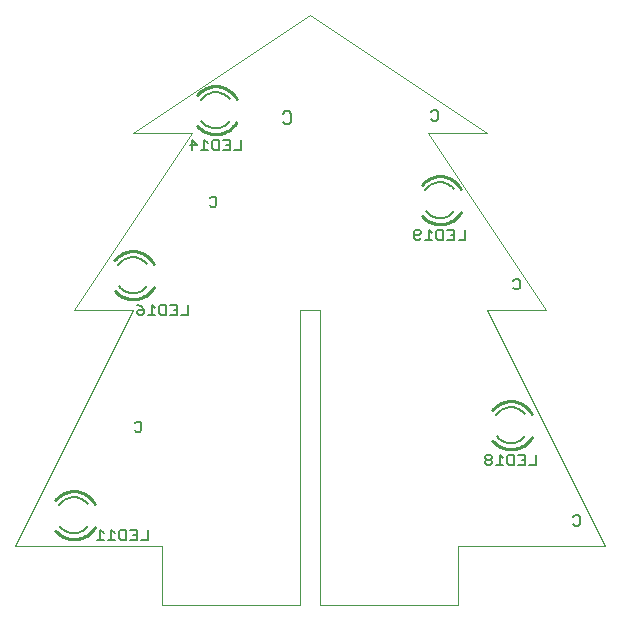
<source format=gbo>
G75*
G70*
%OFA0B0*%
%FSLAX24Y24*%
%IPPOS*%
%LPD*%
%AMOC8*
5,1,8,0,0,1.08239X$1,22.5*
%
%ADD10C,0.0000*%
%ADD11C,0.0060*%
%ADD12C,0.0100*%
%ADD13C,0.0080*%
D10*
X000111Y002079D02*
X004048Y009953D01*
X002079Y009953D01*
X006016Y015859D01*
X004048Y015859D01*
X009953Y019796D01*
X015859Y015859D01*
X013890Y015859D01*
X017827Y009953D01*
X015859Y009953D01*
X019796Y002079D01*
X014890Y002079D01*
X014890Y000111D01*
X010288Y000111D01*
X010288Y009953D01*
X009619Y009953D01*
X009619Y000111D01*
X005016Y000111D01*
X005016Y002079D01*
X000111Y002079D01*
D11*
X002079Y002511D02*
X002124Y002513D01*
X002170Y002518D01*
X002214Y002526D01*
X002258Y002538D01*
X002301Y002554D01*
X002343Y002572D01*
X002383Y002594D01*
X002421Y002618D01*
X002457Y002645D01*
X002492Y002675D01*
X002523Y002708D01*
X002553Y002743D01*
X002963Y002631D02*
X002963Y002291D01*
X003076Y002291D02*
X002849Y002291D01*
X003076Y002518D02*
X002963Y002631D01*
X003331Y002631D02*
X003331Y002291D01*
X003444Y002291D02*
X003218Y002291D01*
X003444Y002518D02*
X003331Y002631D01*
X003586Y002574D02*
X003586Y002348D01*
X003643Y002291D01*
X003813Y002291D01*
X003813Y002631D01*
X003643Y002631D01*
X003586Y002574D01*
X003954Y002631D02*
X004181Y002631D01*
X004181Y002291D01*
X003954Y002291D01*
X004068Y002461D02*
X004181Y002461D01*
X004323Y002291D02*
X004549Y002291D01*
X004549Y002631D01*
X002079Y002511D02*
X002034Y002513D01*
X001988Y002518D01*
X001944Y002526D01*
X001900Y002538D01*
X001857Y002554D01*
X001815Y002572D01*
X001775Y002594D01*
X001737Y002618D01*
X001701Y002645D01*
X001666Y002675D01*
X001635Y002708D01*
X001605Y002743D01*
X002079Y003711D02*
X002125Y003709D01*
X002171Y003704D01*
X002217Y003695D01*
X002262Y003683D01*
X002305Y003667D01*
X002347Y003648D01*
X002388Y003625D01*
X002427Y003600D01*
X002463Y003572D01*
X002498Y003541D01*
X002530Y003507D01*
X002559Y003471D01*
X002079Y003711D02*
X002032Y003709D01*
X001984Y003703D01*
X001938Y003694D01*
X001892Y003681D01*
X001848Y003665D01*
X001804Y003645D01*
X001763Y003621D01*
X001724Y003595D01*
X001687Y003565D01*
X001652Y003532D01*
X001620Y003497D01*
X001591Y003460D01*
X004104Y005948D02*
X004161Y005891D01*
X004274Y005891D01*
X004331Y005948D01*
X004331Y006174D01*
X004274Y006231D01*
X004161Y006231D01*
X004104Y006174D01*
X004250Y009791D02*
X004193Y009848D01*
X004193Y009904D01*
X004250Y009961D01*
X004420Y009961D01*
X004420Y009848D01*
X004363Y009791D01*
X004250Y009791D01*
X004420Y009961D02*
X004306Y010074D01*
X004193Y010131D01*
X004675Y010131D02*
X004675Y009791D01*
X004788Y009791D02*
X004561Y009791D01*
X004788Y010018D02*
X004675Y010131D01*
X004929Y010074D02*
X004986Y010131D01*
X005156Y010131D01*
X005156Y009791D01*
X004986Y009791D01*
X004929Y009848D01*
X004929Y010074D01*
X005298Y010131D02*
X005525Y010131D01*
X005525Y009791D01*
X005298Y009791D01*
X005411Y009961D02*
X005525Y009961D01*
X005666Y009791D02*
X005893Y009791D01*
X005893Y010131D01*
X004522Y010743D02*
X004492Y010708D01*
X004461Y010675D01*
X004426Y010645D01*
X004390Y010618D01*
X004352Y010594D01*
X004312Y010572D01*
X004270Y010554D01*
X004227Y010538D01*
X004183Y010526D01*
X004139Y010518D01*
X004093Y010513D01*
X004048Y010511D01*
X004003Y010513D01*
X003957Y010518D01*
X003913Y010526D01*
X003869Y010538D01*
X003826Y010554D01*
X003784Y010572D01*
X003744Y010594D01*
X003706Y010618D01*
X003670Y010645D01*
X003635Y010675D01*
X003604Y010708D01*
X003574Y010743D01*
X004048Y011711D02*
X004094Y011709D01*
X004140Y011704D01*
X004186Y011695D01*
X004231Y011683D01*
X004274Y011667D01*
X004316Y011648D01*
X004357Y011625D01*
X004396Y011600D01*
X004432Y011572D01*
X004467Y011541D01*
X004499Y011507D01*
X004528Y011471D01*
X004048Y011711D02*
X004001Y011709D01*
X003953Y011703D01*
X003907Y011694D01*
X003861Y011681D01*
X003817Y011665D01*
X003773Y011645D01*
X003732Y011621D01*
X003693Y011595D01*
X003656Y011565D01*
X003621Y011532D01*
X003589Y011497D01*
X003560Y011460D01*
X006604Y013448D02*
X006661Y013391D01*
X006774Y013391D01*
X006831Y013448D01*
X006831Y013674D01*
X006774Y013731D01*
X006661Y013731D01*
X006604Y013674D01*
X006544Y015291D02*
X006317Y015291D01*
X006430Y015291D02*
X006430Y015631D01*
X006544Y015518D01*
X006685Y015574D02*
X006685Y015348D01*
X006742Y015291D01*
X006912Y015291D01*
X006912Y015631D01*
X006742Y015631D01*
X006685Y015574D01*
X007054Y015631D02*
X007280Y015631D01*
X007280Y015291D01*
X007054Y015291D01*
X007167Y015461D02*
X007280Y015461D01*
X007422Y015291D02*
X007649Y015291D01*
X007649Y015631D01*
X007278Y016243D02*
X007248Y016208D01*
X007217Y016175D01*
X007182Y016145D01*
X007146Y016118D01*
X007108Y016094D01*
X007068Y016072D01*
X007026Y016054D01*
X006983Y016038D01*
X006939Y016026D01*
X006895Y016018D01*
X006849Y016013D01*
X006804Y016011D01*
X006759Y016013D01*
X006713Y016018D01*
X006669Y016026D01*
X006625Y016038D01*
X006582Y016054D01*
X006540Y016072D01*
X006500Y016094D01*
X006462Y016118D01*
X006426Y016145D01*
X006391Y016175D01*
X006360Y016208D01*
X006330Y016243D01*
X006804Y017211D02*
X006850Y017209D01*
X006896Y017204D01*
X006942Y017195D01*
X006987Y017183D01*
X007030Y017167D01*
X007072Y017148D01*
X007113Y017125D01*
X007152Y017100D01*
X007188Y017072D01*
X007223Y017041D01*
X007255Y017007D01*
X007284Y016971D01*
X006804Y017211D02*
X006757Y017209D01*
X006709Y017203D01*
X006663Y017194D01*
X006617Y017181D01*
X006573Y017165D01*
X006529Y017145D01*
X006488Y017121D01*
X006449Y017095D01*
X006412Y017065D01*
X006377Y017032D01*
X006345Y016997D01*
X006316Y016960D01*
X006005Y015631D02*
X006176Y015461D01*
X005949Y015461D01*
X006005Y015291D02*
X006005Y015631D01*
X013429Y012574D02*
X013429Y012348D01*
X013486Y012291D01*
X013599Y012291D01*
X013656Y012348D01*
X013599Y012461D02*
X013429Y012461D01*
X013429Y012574D02*
X013486Y012631D01*
X013599Y012631D01*
X013656Y012574D01*
X013656Y012518D01*
X013599Y012461D01*
X013797Y012291D02*
X014024Y012291D01*
X013911Y012291D02*
X013911Y012631D01*
X014024Y012518D01*
X014166Y012574D02*
X014166Y012348D01*
X014222Y012291D01*
X014392Y012291D01*
X014392Y012631D01*
X014222Y012631D01*
X014166Y012574D01*
X014534Y012631D02*
X014761Y012631D01*
X014761Y012291D01*
X014534Y012291D01*
X014647Y012461D02*
X014761Y012461D01*
X014902Y012291D02*
X015129Y012291D01*
X015129Y012631D01*
X014758Y013243D02*
X014728Y013208D01*
X014697Y013175D01*
X014662Y013145D01*
X014626Y013118D01*
X014588Y013094D01*
X014548Y013072D01*
X014506Y013054D01*
X014463Y013038D01*
X014419Y013026D01*
X014375Y013018D01*
X014329Y013013D01*
X014284Y013011D01*
X014239Y013013D01*
X014193Y013018D01*
X014149Y013026D01*
X014105Y013038D01*
X014062Y013054D01*
X014020Y013072D01*
X013980Y013094D01*
X013942Y013118D01*
X013906Y013145D01*
X013871Y013175D01*
X013840Y013208D01*
X013810Y013243D01*
X014284Y014211D02*
X014330Y014209D01*
X014376Y014204D01*
X014422Y014195D01*
X014467Y014183D01*
X014510Y014167D01*
X014552Y014148D01*
X014593Y014125D01*
X014632Y014100D01*
X014668Y014072D01*
X014703Y014041D01*
X014735Y014007D01*
X014764Y013971D01*
X014284Y014211D02*
X014237Y014209D01*
X014189Y014203D01*
X014143Y014194D01*
X014097Y014181D01*
X014053Y014165D01*
X014009Y014145D01*
X013968Y014121D01*
X013929Y014095D01*
X013892Y014065D01*
X013857Y014032D01*
X013825Y013997D01*
X013796Y013960D01*
X014036Y016266D02*
X013979Y016323D01*
X014036Y016266D02*
X014149Y016266D01*
X014206Y016323D01*
X014206Y016549D01*
X014149Y016606D01*
X014036Y016606D01*
X013979Y016549D01*
X016786Y010981D02*
X016899Y010981D01*
X016956Y010924D01*
X016956Y010698D01*
X016899Y010641D01*
X016786Y010641D01*
X016729Y010698D01*
X016729Y010924D02*
X016786Y010981D01*
X017120Y005743D02*
X017090Y005708D01*
X017059Y005675D01*
X017024Y005645D01*
X016988Y005618D01*
X016950Y005594D01*
X016910Y005572D01*
X016868Y005554D01*
X016825Y005538D01*
X016781Y005526D01*
X016737Y005518D01*
X016691Y005513D01*
X016646Y005511D01*
X016585Y005131D02*
X016755Y005131D01*
X016755Y004791D01*
X016585Y004791D01*
X016528Y004848D01*
X016528Y005074D01*
X016585Y005131D01*
X016386Y005018D02*
X016273Y005131D01*
X016273Y004791D01*
X016386Y004791D02*
X016160Y004791D01*
X016018Y004848D02*
X016018Y004904D01*
X015961Y004961D01*
X015848Y004961D01*
X015791Y004904D01*
X015791Y004848D01*
X015848Y004791D01*
X015961Y004791D01*
X016018Y004848D01*
X015961Y004961D02*
X016018Y005018D01*
X016018Y005074D01*
X015961Y005131D01*
X015848Y005131D01*
X015791Y005074D01*
X015791Y005018D01*
X015848Y004961D01*
X016896Y004791D02*
X017123Y004791D01*
X017123Y005131D01*
X016896Y005131D01*
X017010Y004961D02*
X017123Y004961D01*
X017264Y004791D02*
X017491Y004791D01*
X017491Y005131D01*
X016646Y005511D02*
X016601Y005513D01*
X016555Y005518D01*
X016511Y005526D01*
X016467Y005538D01*
X016424Y005554D01*
X016382Y005572D01*
X016342Y005594D01*
X016304Y005618D01*
X016268Y005645D01*
X016233Y005675D01*
X016202Y005708D01*
X016172Y005743D01*
X016646Y006711D02*
X016692Y006709D01*
X016738Y006704D01*
X016784Y006695D01*
X016829Y006683D01*
X016872Y006667D01*
X016914Y006648D01*
X016955Y006625D01*
X016994Y006600D01*
X017030Y006572D01*
X017065Y006541D01*
X017097Y006507D01*
X017126Y006471D01*
X016646Y006711D02*
X016599Y006709D01*
X016551Y006703D01*
X016505Y006694D01*
X016459Y006681D01*
X016415Y006665D01*
X016371Y006645D01*
X016330Y006621D01*
X016291Y006595D01*
X016254Y006565D01*
X016219Y006532D01*
X016187Y006497D01*
X016158Y006460D01*
X018786Y003106D02*
X018899Y003106D01*
X018956Y003049D01*
X018956Y002823D01*
X018899Y002766D01*
X018786Y002766D01*
X018729Y002823D01*
X018729Y003049D02*
X018786Y003106D01*
D12*
X017341Y005714D02*
X017311Y005666D01*
X017278Y005621D01*
X017242Y005578D01*
X017204Y005537D01*
X017162Y005500D01*
X017118Y005465D01*
X017072Y005434D01*
X017023Y005405D01*
X016973Y005381D01*
X016921Y005360D01*
X016867Y005342D01*
X016813Y005329D01*
X016758Y005319D01*
X016702Y005313D01*
X016646Y005311D01*
X016593Y005313D01*
X016539Y005318D01*
X016487Y005327D01*
X016435Y005339D01*
X016384Y005355D01*
X016334Y005374D01*
X016285Y005397D01*
X016238Y005423D01*
X016193Y005451D01*
X016150Y005483D01*
X016110Y005517D01*
X016071Y005555D01*
X016035Y005594D01*
X016646Y006911D02*
X016700Y006909D01*
X016754Y006904D01*
X016807Y006895D01*
X016860Y006882D01*
X016911Y006866D01*
X016961Y006846D01*
X017010Y006823D01*
X017058Y006797D01*
X017103Y006768D01*
X017146Y006735D01*
X017187Y006700D01*
X017226Y006662D01*
X017262Y006622D01*
X017295Y006579D01*
X017325Y006534D01*
X017352Y006487D01*
X016646Y006911D02*
X016592Y006909D01*
X016539Y006904D01*
X016485Y006895D01*
X016433Y006882D01*
X016382Y006866D01*
X016331Y006846D01*
X016282Y006824D01*
X016235Y006798D01*
X016190Y006768D01*
X016147Y006736D01*
X016106Y006701D01*
X016067Y006663D01*
X016031Y006623D01*
X014284Y012811D02*
X014340Y012813D01*
X014396Y012819D01*
X014451Y012829D01*
X014505Y012842D01*
X014559Y012860D01*
X014611Y012881D01*
X014661Y012905D01*
X014710Y012934D01*
X014756Y012965D01*
X014800Y013000D01*
X014842Y013037D01*
X014880Y013078D01*
X014916Y013121D01*
X014949Y013166D01*
X014979Y013214D01*
X014284Y012811D02*
X014231Y012813D01*
X014177Y012818D01*
X014125Y012827D01*
X014073Y012839D01*
X014022Y012855D01*
X013972Y012874D01*
X013923Y012897D01*
X013876Y012923D01*
X013831Y012951D01*
X013788Y012983D01*
X013748Y013017D01*
X013709Y013055D01*
X013673Y013094D01*
X014284Y014411D02*
X014338Y014409D01*
X014392Y014404D01*
X014445Y014395D01*
X014498Y014382D01*
X014549Y014366D01*
X014599Y014346D01*
X014648Y014323D01*
X014696Y014297D01*
X014741Y014268D01*
X014784Y014235D01*
X014825Y014200D01*
X014864Y014162D01*
X014900Y014122D01*
X014933Y014079D01*
X014963Y014034D01*
X014990Y013987D01*
X014284Y014411D02*
X014230Y014409D01*
X014177Y014404D01*
X014123Y014395D01*
X014071Y014382D01*
X014020Y014366D01*
X013969Y014346D01*
X013920Y014324D01*
X013873Y014298D01*
X013828Y014268D01*
X013785Y014236D01*
X013744Y014201D01*
X013705Y014163D01*
X013669Y014123D01*
X007499Y016214D02*
X007469Y016166D01*
X007436Y016121D01*
X007400Y016078D01*
X007362Y016037D01*
X007320Y016000D01*
X007276Y015965D01*
X007230Y015934D01*
X007181Y015905D01*
X007131Y015881D01*
X007079Y015860D01*
X007025Y015842D01*
X006971Y015829D01*
X006916Y015819D01*
X006860Y015813D01*
X006804Y015811D01*
X006751Y015813D01*
X006697Y015818D01*
X006645Y015827D01*
X006593Y015839D01*
X006542Y015855D01*
X006492Y015874D01*
X006443Y015897D01*
X006396Y015923D01*
X006351Y015951D01*
X006308Y015983D01*
X006268Y016017D01*
X006229Y016055D01*
X006193Y016094D01*
X006804Y017411D02*
X006858Y017409D01*
X006912Y017404D01*
X006965Y017395D01*
X007018Y017382D01*
X007069Y017366D01*
X007119Y017346D01*
X007168Y017323D01*
X007216Y017297D01*
X007261Y017268D01*
X007304Y017235D01*
X007345Y017200D01*
X007384Y017162D01*
X007420Y017122D01*
X007453Y017079D01*
X007483Y017034D01*
X007510Y016987D01*
X006804Y017411D02*
X006750Y017409D01*
X006697Y017404D01*
X006643Y017395D01*
X006591Y017382D01*
X006540Y017366D01*
X006489Y017346D01*
X006440Y017324D01*
X006393Y017298D01*
X006348Y017268D01*
X006305Y017236D01*
X006264Y017201D01*
X006225Y017163D01*
X006189Y017123D01*
X004743Y010714D02*
X004713Y010666D01*
X004680Y010621D01*
X004644Y010578D01*
X004606Y010537D01*
X004564Y010500D01*
X004520Y010465D01*
X004474Y010434D01*
X004425Y010405D01*
X004375Y010381D01*
X004323Y010360D01*
X004269Y010342D01*
X004215Y010329D01*
X004160Y010319D01*
X004104Y010313D01*
X004048Y010311D01*
X003995Y010313D01*
X003941Y010318D01*
X003889Y010327D01*
X003837Y010339D01*
X003786Y010355D01*
X003736Y010374D01*
X003687Y010397D01*
X003640Y010423D01*
X003595Y010451D01*
X003552Y010483D01*
X003512Y010517D01*
X003473Y010555D01*
X003437Y010594D01*
X004048Y011911D02*
X004102Y011909D01*
X004156Y011904D01*
X004209Y011895D01*
X004262Y011882D01*
X004313Y011866D01*
X004363Y011846D01*
X004412Y011823D01*
X004460Y011797D01*
X004505Y011768D01*
X004548Y011735D01*
X004589Y011700D01*
X004628Y011662D01*
X004664Y011622D01*
X004697Y011579D01*
X004727Y011534D01*
X004754Y011487D01*
X004048Y011911D02*
X003994Y011909D01*
X003941Y011904D01*
X003887Y011895D01*
X003835Y011882D01*
X003784Y011866D01*
X003733Y011846D01*
X003684Y011824D01*
X003637Y011798D01*
X003592Y011768D01*
X003549Y011736D01*
X003508Y011701D01*
X003469Y011663D01*
X003433Y011623D01*
X002774Y002714D02*
X002744Y002666D01*
X002711Y002621D01*
X002675Y002578D01*
X002637Y002537D01*
X002595Y002500D01*
X002551Y002465D01*
X002505Y002434D01*
X002456Y002405D01*
X002406Y002381D01*
X002354Y002360D01*
X002300Y002342D01*
X002246Y002329D01*
X002191Y002319D01*
X002135Y002313D01*
X002079Y002311D01*
X002026Y002313D01*
X001972Y002318D01*
X001920Y002327D01*
X001868Y002339D01*
X001817Y002355D01*
X001767Y002374D01*
X001718Y002397D01*
X001671Y002423D01*
X001626Y002451D01*
X001583Y002483D01*
X001543Y002517D01*
X001504Y002555D01*
X001468Y002594D01*
X002079Y003911D02*
X002133Y003909D01*
X002187Y003904D01*
X002240Y003895D01*
X002293Y003882D01*
X002344Y003866D01*
X002394Y003846D01*
X002443Y003823D01*
X002491Y003797D01*
X002536Y003768D01*
X002579Y003735D01*
X002620Y003700D01*
X002659Y003662D01*
X002695Y003622D01*
X002728Y003579D01*
X002758Y003534D01*
X002785Y003487D01*
X002079Y003911D02*
X002025Y003909D01*
X001972Y003904D01*
X001918Y003895D01*
X001866Y003882D01*
X001815Y003866D01*
X001764Y003846D01*
X001715Y003824D01*
X001668Y003798D01*
X001623Y003768D01*
X001580Y003736D01*
X001539Y003701D01*
X001500Y003663D01*
X001464Y003623D01*
D13*
X009111Y016151D02*
X009041Y016221D01*
X009111Y016151D02*
X009251Y016151D01*
X009321Y016221D01*
X009321Y016501D01*
X009251Y016571D01*
X009111Y016571D01*
X009041Y016501D01*
M02*

</source>
